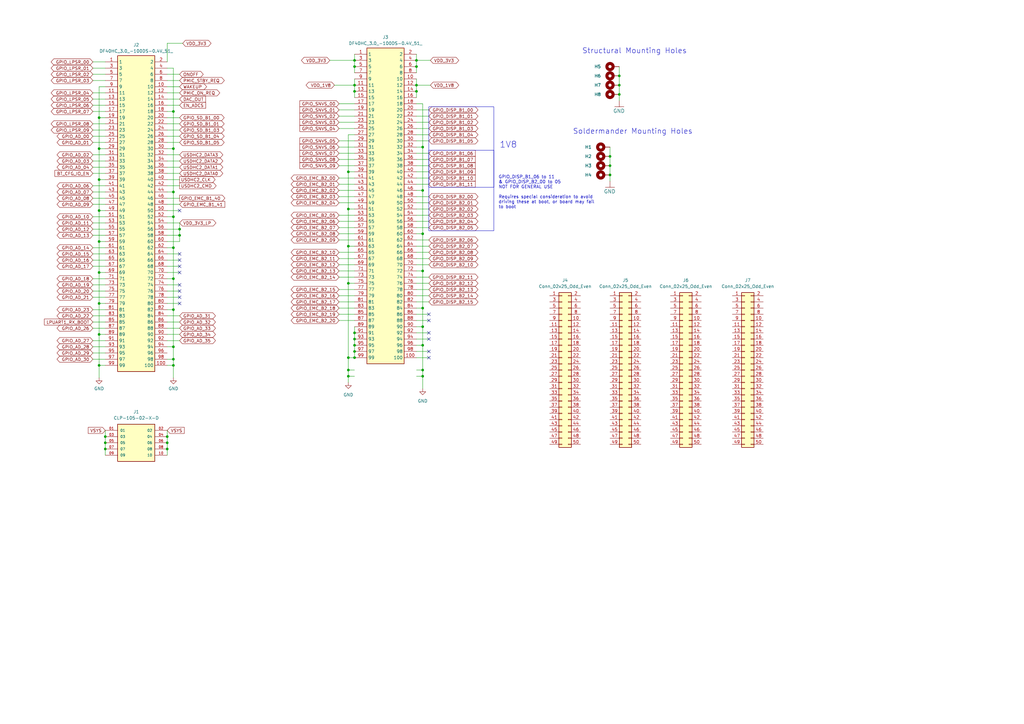
<source format=kicad_sch>
(kicad_sch (version 20230121) (generator eeschema)
  (paper "A3")
  (lib_symbols
    (symbol "Connector_Generic:Conn_02x25_Odd_Even" (pin_names (offset 1.016) hide)
      (property "Reference" "J" (at 1.27 33.02 0))
      (property "Value" "Conn_02x25_Odd_Even" (at 1.27 -33.02 0))
      (symbol "Conn_02x25_Odd_Even_1_1"
        (pin passive line (at -5.08 30.48 0) (length 3.81) (name "Pin_1") (number "1"))
        (pin passive line (at 7.62 20.32 180) (length 3.81) (name "Pin_10") (number "10"))
        (pin passive line (at -5.08 17.78 0) (length 3.81) (name "Pin_11") (number "11"))
        (pin passive line (at 7.62 17.78 180) (length 3.81) (name "Pin_12") (number "12"))
        (pin passive line (at -5.08 15.24 0) (length 3.81) (name "Pin_13") (number "13"))
        (pin passive line (at 7.62 15.24 180) (length 3.81) (name "Pin_14") (number "14"))
        (pin passive line (at -5.08 12.7 0) (length 3.81) (name "Pin_15") (number "15"))
        (pin passive line (at 7.62 12.7 180) (length 3.81) (name "Pin_16") (number "16"))
        (pin passive line (at -5.08 10.16 0) (length 3.81) (name "Pin_17") (number "17"))
        (pin passive line (at 7.62 10.16 180) (length 3.81) (name "Pin_18") (number "18"))
        (pin passive line (at -5.08 7.62 0) (length 3.81) (name "Pin_19") (number "19"))
        (pin passive line (at 7.62 30.48 180) (length 3.81) (name "Pin_2") (number "2"))
        (pin passive line (at 7.62 7.62 180) (length 3.81) (name "Pin_20") (number "20"))
        (pin passive line (at -5.08 5.08 0) (length 3.81) (name "Pin_21") (number "21"))
        (pin passive line (at 7.62 5.08 180) (length 3.81) (name "Pin_22") (number "22"))
        (pin passive line (at -5.08 2.54 0) (length 3.81) (name "Pin_23") (number "23"))
        (pin passive line (at 7.62 2.54 180) (length 3.81) (name "Pin_24") (number "24"))
        (pin passive line (at -5.08 0 0) (length 3.81) (name "Pin_25") (number "25"))
        (pin passive line (at 7.62 0 180) (length 3.81) (name "Pin_26") (number "26"))
        (pin passive line (at -5.08 -2.54 0) (length 3.81) (name "Pin_27") (number "27"))
        (pin passive line (at 7.62 -2.54 180) (length 3.81) (name "Pin_28") (number "28"))
        (pin passive line (at -5.08 -5.08 0) (length 3.81) (name "Pin_29") (number "29"))
        (pin passive line (at -5.08 27.94 0) (length 3.81) (name "Pin_3") (number "3"))
        (pin passive line (at 7.62 -5.08 180) (length 3.81) (name "Pin_30") (number "30"))
        (pin passive line (at -5.08 -7.62 0) (length 3.81) (name "Pin_31") (number "31"))
        (pin passive line (at 7.62 -7.62 180) (length 3.81) (name "Pin_32") (number "32"))
        (pin passive line (at -5.08 -10.16 0) (length 3.81) (name "Pin_33") (number "33"))
        (pin passive line (at 7.62 -10.16 180) (length 3.81) (name "Pin_34") (number "34"))
        (pin passive line (at -5.08 -12.7 0) (length 3.81) (name "Pin_35") (number "35"))
        (pin passive line (at 7.62 -12.7 180) (length 3.81) (name "Pin_36") (number "36"))
        (pin passive line (at -5.08 -15.24 0) (length 3.81) (name "Pin_37") (number "37"))
        (pin passive line (at 7.62 -15.24 180) (length 3.81) (name "Pin_38") (number "38"))
        (pin passive line (at -5.08 -17.78 0) (length 3.81) (name "Pin_39") (number "39"))
        (pin passive line (at 7.62 27.94 180) (length 3.81) (name "Pin_4") (number "4"))
        (pin passive line (at 7.62 -17.78 180) (length 3.81) (name "Pin_40") (number "40"))
        (pin passive line (at -5.08 -20.32 0) (length 3.81) (name "Pin_41") (number "41"))
        (pin passive line (at 7.62 -20.32 180) (length 3.81) (name "Pin_42") (number "42"))
        (pin passive line (at -5.08 -22.86 0) (length 3.81) (name "Pin_43") (number "43"))
        (pin passive line (at 7.62 -22.86 180) (length 3.81) (name "Pin_44") (number "44"))
        (pin passive line (at -5.08 -25.4 0) (length 3.81) (name "Pin_45") (number "45"))
        (pin passive line (at 7.62 -25.4 180) (length 3.81) (name "Pin_46") (number "46"))
        (pin passive line (at -5.08 -27.94 0) (length 3.81) (name "Pin_47") (number "47"))
        (pin passive line (at 7.62 -27.94 180) (length 3.81) (name "Pin_48") (number "48"))
        (pin passive line (at -5.08 -30.48 0) (length 3.81) (name "Pin_49") (number "49"))
        (pin passive line (at -5.08 25.4 0) (length 3.81) (name "Pin_5") (number "5"))
        (pin passive line (at 7.62 -30.48 180) (length 3.81) (name "Pin_50") (number "50"))
        (pin passive line (at 7.62 25.4 180) (length 3.81) (name "Pin_6") (number "6"))
        (pin passive line (at -5.08 22.86 0) (length 3.81) (name "Pin_7") (number "7"))
        (pin passive line (at 7.62 22.86 180) (length 3.81) (name "Pin_8") (number "8"))
        (pin passive line (at -5.08 20.32 0) (length 3.81) (name "Pin_9") (number "9"))
      )
    )
    (symbol "Mechanical:MountingHole_Pad" (pin_numbers hide) (pin_names (offset 1.016) hide)
      (property "Reference" "H" (at 0 6.35 0))
      (property "Value" "MountingHole_Pad" (at 0 4.445 0))
      (symbol "MountingHole_Pad_1_1"
        (pin input line (at 0 -2.54 90) (length 2.54) (name "1") (number "1"))
      )
    )
    (symbol "adcs:CLP-105-02-X-D" (pin_names (offset 1.016))
      (property "Reference" "J" (at -7.62 8.382 0))
      (property "Value" "CLP-105-02-X-D" (at -7.62 -10.16 0))
      (symbol "CLP-105-02-X-D_0_0"
        (pin passive line (at -12.7 5.08 0) (length 5.08) (name "01") (number "01"))
        (pin passive line (at 12.7 5.08 180) (length 5.08) (name "02") (number "02"))
        (pin passive line (at -12.7 2.54 0) (length 5.08) (name "03") (number "03"))
        (pin passive line (at 12.7 2.54 180) (length 5.08) (name "04") (number "04"))
        (pin passive line (at -12.7 0 0) (length 5.08) (name "05") (number "05"))
        (pin passive line (at 12.7 0 180) (length 5.08) (name "06") (number "06"))
        (pin passive line (at -12.7 -2.54 0) (length 5.08) (name "07") (number "07"))
        (pin passive line (at 12.7 -2.54 180) (length 5.08) (name "08") (number "08"))
        (pin passive line (at -12.7 -5.08 0) (length 5.08) (name "09") (number "09"))
        (pin passive line (at 12.7 -5.08 180) (length 5.08) (name "10") (number "10"))
      )
    )
    (symbol "adcs:DF40HC_3.0_-100DS-0.4V_51_"
      (property "Reference" "J" (at 21.59 7.62 0))
      (property "Value" "DF40HC_3.0_-100DS-0.4V_51_" (at 21.59 5.08 0))
      (symbol "DF40HC_3.0_-100DS-0.4V_51__1_1"
        (pin passive line (at 0 0 0) (length 5.08) (name "1") (number "1"))
        (pin passive line (at 25.4 -10.16 180) (length 5.08) (name "10") (number "10"))
        (pin passive line (at 25.4 -124.46 180) (length 5.08) (name "100") (number "100"))
        (pin passive line (at 0 -12.7 0) (length 5.08) (name "11") (number "11"))
        (pin passive line (at 25.4 -12.7 180) (length 5.08) (name "12") (number "12"))
        (pin passive line (at 0 -15.24 0) (length 5.08) (name "13") (number "13"))
        (pin passive line (at 25.4 -15.24 180) (length 5.08) (name "14") (number "14"))
        (pin passive line (at 0 -17.78 0) (length 5.08) (name "15") (number "15"))
        (pin passive line (at 25.4 -17.78 180) (length 5.08) (name "16") (number "16"))
        (pin passive line (at 0 -20.32 0) (length 5.08) (name "17") (number "17"))
        (pin passive line (at 25.4 -20.32 180) (length 5.08) (name "18") (number "18"))
        (pin passive line (at 0 -22.86 0) (length 5.08) (name "19") (number "19"))
        (pin passive line (at 25.4 0 180) (length 5.08) (name "2") (number "2"))
        (pin passive line (at 25.4 -22.86 180) (length 5.08) (name "20") (number "20"))
        (pin passive line (at 0 -25.4 0) (length 5.08) (name "21") (number "21"))
        (pin passive line (at 25.4 -25.4 180) (length 5.08) (name "22") (number "22"))
        (pin passive line (at 0 -27.94 0) (length 5.08) (name "23") (number "23"))
        (pin passive line (at 25.4 -27.94 180) (length 5.08) (name "24") (number "24"))
        (pin passive line (at 0 -30.48 0) (length 5.08) (name "25") (number "25"))
        (pin passive line (at 25.4 -30.48 180) (length 5.08) (name "26") (number "26"))
        (pin passive line (at 0 -33.02 0) (length 5.08) (name "27") (number "27"))
        (pin passive line (at 25.4 -33.02 180) (length 5.08) (name "28") (number "28"))
        (pin passive line (at 0 -35.56 0) (length 5.08) (name "29") (number "29"))
        (pin passive line (at 0 -2.54 0) (length 5.08) (name "3") (number "3"))
        (pin passive line (at 25.4 -35.56 180) (length 5.08) (name "30") (number "30"))
        (pin passive line (at 0 -38.1 0) (length 5.08) (name "31") (number "31"))
        (pin passive line (at 25.4 -38.1 180) (length 5.08) (name "32") (number "32"))
        (pin passive line (at 0 -40.64 0) (length 5.08) (name "33") (number "33"))
        (pin passive line (at 25.4 -40.64 180) (length 5.08) (name "34") (number "34"))
        (pin passive line (at 0 -43.18 0) (length 5.08) (name "35") (number "35"))
        (pin passive line (at 25.4 -43.18 180) (length 5.08) (name "36") (number "36"))
        (pin passive line (at 0 -45.72 0) (length 5.08) (name "37") (number "37"))
        (pin passive line (at 25.4 -45.72 180) (length 5.08) (name "38") (number "38"))
        (pin passive line (at 0 -48.26 0) (length 5.08) (name "39") (number "39"))
        (pin passive line (at 25.4 -2.54 180) (length 5.08) (name "4") (number "4"))
        (pin passive line (at 25.4 -48.26 180) (length 5.08) (name "40") (number "40"))
        (pin passive line (at 0 -50.8 0) (length 5.08) (name "41") (number "41"))
        (pin passive line (at 25.4 -50.8 180) (length 5.08) (name "42") (number "42"))
        (pin passive line (at 0 -53.34 0) (length 5.08) (name "43") (number "43"))
        (pin passive line (at 25.4 -53.34 180) (length 5.08) (name "44") (number "44"))
        (pin passive line (at 0 -55.88 0) (length 5.08) (name "45") (number "45"))
        (pin passive line (at 25.4 -55.88 180) (length 5.08) (name "46") (number "46"))
        (pin passive line (at 0 -58.42 0) (length 5.08) (name "47") (number "47"))
        (pin passive line (at 25.4 -58.42 180) (length 5.08) (name "48") (number "48"))
        (pin passive line (at 0 -60.96 0) (length 5.08) (name "49") (number "49"))
        (pin passive line (at 0 -5.08 0) (length 5.08) (name "5") (number "5"))
        (pin passive line (at 25.4 -60.96 180) (length 5.08) (name "50") (number "50"))
        (pin passive line (at 0 -63.5 0) (length 5.08) (name "51") (number "51"))
        (pin passive line (at 25.4 -63.5 180) (length 5.08) (name "52") (number "52"))
        (pin passive line (at 0 -66.04 0) (length 5.08) (name "53") (number "53"))
        (pin passive line (at 25.4 -66.04 180) (length 5.08) (name "54") (number "54"))
        (pin passive line (at 0 -68.58 0) (length 5.08) (name "55") (number "55"))
        (pin passive line (at 25.4 -68.58 180) (length 5.08) (name "56") (number "56"))
        (pin passive line (at 0 -71.12 0) (length 5.08) (name "57") (number "57"))
        (pin passive line (at 25.4 -71.12 180) (length 5.08) (name "58") (number "58"))
        (pin passive line (at 0 -73.66 0) (length 5.08) (name "59") (number "59"))
        (pin passive line (at 25.4 -5.08 180) (length 5.08) (name "6") (number "6"))
        (pin passive line (at 25.4 -73.66 180) (length 5.08) (name "60") (number "60"))
        (pin passive line (at 0 -76.2 0) (length 5.08) (name "61") (number "61"))
        (pin passive line (at 25.4 -76.2 180) (length 5.08) (name "62") (number "62"))
        (pin passive line (at 0 -78.74 0) (length 5.08) (name "63") (number "63"))
        (pin passive line (at 25.4 -78.74 180) (length 5.08) (name "64") (number "64"))
        (pin passive line (at 0 -81.28 0) (length 5.08) (name "65") (number "65"))
        (pin passive line (at 25.4 -81.28 180) (length 5.08) (name "66") (number "66"))
        (pin passive line (at 0 -83.82 0) (length 5.08) (name "67") (number "67"))
        (pin passive line (at 25.4 -83.82 180) (length 5.08) (name "68") (number "68"))
        (pin passive line (at 0 -86.36 0) (length 5.08) (name "69") (number "69"))
        (pin passive line (at 0 -7.62 0) (length 5.08) (name "7") (number "7"))
        (pin passive line (at 25.4 -86.36 180) (length 5.08) (name "70") (number "70"))
        (pin passive line (at 0 -88.9 0) (length 5.08) (name "71") (number "71"))
        (pin passive line (at 25.4 -88.9 180) (length 5.08) (name "72") (number "72"))
        (pin passive line (at 0 -91.44 0) (length 5.08) (name "73") (number "73"))
        (pin passive line (at 25.4 -91.44 180) (length 5.08) (name "74") (number "74"))
        (pin passive line (at 0 -93.98 0) (length 5.08) (name "75") (number "75"))
        (pin passive line (at 25.4 -93.98 180) (length 5.08) (name "76") (number "76"))
        (pin passive line (at 0 -96.52 0) (length 5.08) (name "77") (number "77"))
        (pin passive line (at 25.4 -96.52 180) (length 5.08) (name "78") (number "78"))
        (pin passive line (at 0 -99.06 0) (length 5.08) (name "79") (number "79"))
        (pin passive line (at 25.4 -7.62 180) (length 5.08) (name "8") (number "8"))
        (pin passive line (at 25.4 -99.06 180) (length 5.08) (name "80") (number "80"))
        (pin passive line (at 0 -101.6 0) (length 5.08) (name "81") (number "81"))
        (pin passive line (at 25.4 -101.6 180) (length 5.08) (name "82") (number "82"))
        (pin passive line (at 0 -104.14 0) (length 5.08) (name "83") (number "83"))
        (pin passive line (at 25.4 -104.14 180) (length 5.08) (name "84") (number "84"))
        (pin passive line (at 0 -106.68 0) (length 5.08) (name "85") (number "85"))
        (pin passive line (at 25.4 -106.68 180) (length 5.08) (name "86") (number "86"))
        (pin passive line (at 0 -109.22 0) (length 5.08) (name "87") (number "87"))
        (pin passive line (at 25.4 -109.22 180) (length 5.08) (name "88") (number "88"))
        (pin passive line (at 0 -111.76 0) (length 5.08) (name "89") (number "89"))
        (pin passive line (at 0 -10.16 0) (length 5.08) (name "9") (number "9"))
        (pin passive line (at 25.4 -111.76 180) (length 5.08) (name "90") (number "90"))
        (pin passive line (at 0 -114.3 0) (length 5.08) (name "91") (number "91"))
        (pin passive line (at 25.4 -114.3 180) (length 5.08) (name "92") (number "92"))
        (pin passive line (at 0 -116.84 0) (length 5.08) (name "93") (number "93"))
        (pin passive line (at 25.4 -116.84 180) (length 5.08) (name "94") (number "94"))
        (pin passive line (at 0 -119.38 0) (length 5.08) (name "95") (number "95"))
        (pin passive line (at 25.4 -119.38 180) (length 5.08) (name "96") (number "96"))
        (pin passive line (at 0 -121.92 0) (length 5.08) (name "97") (number "97"))
        (pin passive line (at 25.4 -121.92 180) (length 5.08) (name "98") (number "98"))
        (pin passive line (at 0 -124.46 0) (length 5.08) (name "99") (number "99"))
      )
    )
    (symbol "mainboard:GND" (power) (pin_names (offset 1.016))
      (property "Value" "GND" (at -2.54 -2.54 0))
      (symbol "GND_1_0"
        (pin power_in line (at 0 2.54 270) (length 2.54) (name "GND") (number "1"))
      )
    )
    (symbol "power:GND" (power) (pin_names (offset 0))
      (property "Value" "GND" (at 0 -3.81 0))
      (symbol "GND_1_1"
        (pin power_in line (at 0 0 270) (length 0) hide (name "GND") (number "1"))
      )
    )
  )
  (junction (at 73.66 96.52))
  (junction (at 145.415 139.065))
  (junction (at 145.415 146.685))
  (junction (at 71.12 147.32))
  (junction (at 170.815 24.765))
  (junction (at 40.64 99.06))
  (junction (at 71.12 45.72))
  (junction (at 142.875 85.725))
  (junction (at 145.415 144.145))
  (junction (at 250.19 67.945))
  (junction (at 254 31.115))
  (junction (at 71.12 142.24))
  (junction (at 173.355 60.325))
  (junction (at 40.64 73.66))
  (junction (at 170.815 27.305))
  (junction (at 145.415 34.925))
  (junction (at 142.875 70.485))
  (junction (at 71.12 88.9))
  (junction (at 71.12 78.74))
  (junction (at 142.875 116.205))
  (junction (at 68.58 179.07))
  (junction (at 43.18 179.07))
  (junction (at 142.875 154.305))
  (junction (at 170.815 37.465))
  (junction (at 40.64 48.26))
  (junction (at 71.12 127))
  (junction (at 40.64 60.96))
  (junction (at 43.18 181.61))
  (junction (at 68.58 184.15))
  (junction (at 40.64 111.76))
  (junction (at 71.12 101.6))
  (junction (at 145.415 24.765))
  (junction (at 254 34.925))
  (junction (at 250.19 71.755))
  (junction (at 170.815 34.925))
  (junction (at 142.875 151.765))
  (junction (at 173.355 78.105))
  (junction (at 71.12 149.86))
  (junction (at 250.19 64.135))
  (junction (at 40.64 124.46))
  (junction (at 173.355 141.605))
  (junction (at 173.355 133.985))
  (junction (at 254 38.735))
  (junction (at 71.12 114.3))
  (junction (at 68.58 181.61))
  (junction (at 173.355 111.125))
  (junction (at 40.64 149.86))
  (junction (at 71.12 60.96))
  (junction (at 145.415 136.525))
  (junction (at 43.18 184.15))
  (junction (at 173.355 126.365))
  (junction (at 145.415 37.465))
  (junction (at 145.415 27.305))
  (junction (at 173.355 151.765))
  (junction (at 142.875 146.685))
  (junction (at 173.355 95.885))
  (junction (at 173.355 154.305))
  (junction (at 142.875 100.965))
  (junction (at 40.64 137.16))
  (junction (at 40.64 86.36))
  (junction (at 145.415 141.605))
  (junction (at 73.66 93.98))
  (no_connect (at 175.895 146.685))
  (no_connect (at 73.66 106.68))
  (no_connect (at 73.66 124.46))
  (no_connect (at 73.66 121.92))
  (no_connect (at 175.895 128.905))
  (no_connect (at 175.895 131.445))
  (no_connect (at 175.895 144.145))
  (no_connect (at 73.66 109.22))
  (no_connect (at 73.66 111.76))
  (no_connect (at 175.895 139.065))
  (no_connect (at 73.66 104.14))
  (no_connect (at 73.66 119.38))
  (no_connect (at 73.66 86.36))
  (no_connect (at 73.66 116.84))
  (no_connect (at 175.895 136.525))
  (wire (pts (xy 142.875 116.205) (xy 142.875 146.685)))
  (wire (pts (xy 170.815 22.225) (xy 170.815 24.765)))
  (wire (pts (xy 38.1 104.14) (xy 43.18 104.14)))
  (wire (pts (xy 145.415 136.525) (xy 145.415 139.065)))
  (wire (pts (xy 73.66 66.04) (xy 68.58 66.04)))
  (wire (pts (xy 43.18 35.56) (xy 40.64 35.56)))
  (wire (pts (xy 173.355 141.605) (xy 173.355 151.765)))
  (wire (pts (xy 71.12 127) (xy 71.12 142.24)))
  (wire (pts (xy 145.415 154.305) (xy 142.875 154.305)))
  (wire (pts (xy 40.64 99.06) (xy 43.18 99.06)))
  (wire (pts (xy 142.875 146.685) (xy 142.875 151.765)))
  (wire (pts (xy 40.64 137.16) (xy 40.64 149.86)))
  (wire (pts (xy 173.355 60.325) (xy 173.355 78.105)))
  (wire (pts (xy 254 27.305) (xy 254 31.115)))
  (wire (pts (xy 173.355 126.365) (xy 173.355 133.985)))
  (wire (pts (xy 73.66 96.52) (xy 68.58 96.52)))
  (wire (pts (xy 38.1 139.7) (xy 43.18 139.7)))
  (wire (pts (xy 38.1 27.94) (xy 43.18 27.94)))
  (wire (pts (xy 71.12 149.86) (xy 68.58 149.86)))
  (wire (pts (xy 139.065 60.325) (xy 145.415 60.325)))
  (wire (pts (xy 73.66 109.22) (xy 68.58 109.22)))
  (wire (pts (xy 254 34.925) (xy 254 38.735)))
  (wire (pts (xy 38.1 53.34) (xy 43.18 53.34)))
  (wire (pts (xy 71.12 101.6) (xy 71.12 114.3)))
  (wire (pts (xy 73.66 91.44) (xy 68.58 91.44)))
  (wire (pts (xy 175.895 106.045) (xy 170.815 106.045)))
  (wire (pts (xy 170.815 24.765) (xy 170.815 27.305)))
  (wire (pts (xy 139.065 90.805) (xy 145.415 90.805)))
  (wire (pts (xy 73.66 99.06) (xy 68.58 99.06)))
  (wire (pts (xy 38.1 91.44) (xy 43.18 91.44)))
  (wire (pts (xy 175.895 108.585) (xy 170.815 108.585)))
  (wire (pts (xy 139.065 80.645) (xy 145.415 80.645)))
  (wire (pts (xy 43.18 181.61) (xy 43.18 184.15)))
  (wire (pts (xy 175.895 113.665) (xy 170.815 113.665)))
  (wire (pts (xy 73.66 33.02) (xy 68.58 33.02)))
  (wire (pts (xy 175.895 57.785) (xy 170.815 57.785)))
  (wire (pts (xy 38.1 93.98) (xy 43.18 93.98)))
  (wire (pts (xy 40.64 149.86) (xy 43.18 149.86)))
  (wire (pts (xy 38.1 116.84) (xy 43.18 116.84)))
  (wire (pts (xy 38.1 121.92) (xy 43.18 121.92)))
  (wire (pts (xy 145.415 133.985) (xy 145.415 136.525)))
  (wire (pts (xy 73.66 30.48) (xy 68.58 30.48)))
  (wire (pts (xy 170.815 95.885) (xy 173.355 95.885)))
  (wire (pts (xy 173.355 78.105) (xy 173.355 95.885)))
  (wire (pts (xy 38.1 55.88) (xy 43.18 55.88)))
  (wire (pts (xy 145.415 144.145) (xy 145.415 146.685)))
  (wire (pts (xy 170.815 141.605) (xy 173.355 141.605)))
  (wire (pts (xy 175.895 73.025) (xy 170.815 73.025)))
  (wire (pts (xy 68.58 101.6) (xy 71.12 101.6)))
  (wire (pts (xy 73.66 96.52) (xy 73.66 99.06)))
  (wire (pts (xy 71.12 147.32) (xy 71.12 149.86)))
  (wire (pts (xy 142.875 116.205) (xy 145.415 116.205)))
  (wire (pts (xy 38.1 30.48) (xy 43.18 30.48)))
  (wire (pts (xy 175.895 52.705) (xy 170.815 52.705)))
  (wire (pts (xy 170.815 111.125) (xy 173.355 111.125)))
  (wire (pts (xy 170.815 34.925) (xy 176.53 34.925)))
  (wire (pts (xy 40.64 137.16) (xy 43.18 137.16)))
  (wire (pts (xy 68.58 45.72) (xy 71.12 45.72)))
  (wire (pts (xy 68.58 88.9) (xy 71.12 88.9)))
  (wire (pts (xy 142.875 151.765) (xy 145.415 151.765)))
  (wire (pts (xy 38.1 127) (xy 43.18 127)))
  (wire (pts (xy 73.66 137.16) (xy 68.58 137.16)))
  (wire (pts (xy 139.065 128.905) (xy 145.415 128.905)))
  (wire (pts (xy 170.815 139.065) (xy 175.895 139.065)))
  (wire (pts (xy 38.1 50.8) (xy 43.18 50.8)))
  (wire (pts (xy 38.1 83.82) (xy 43.18 83.82)))
  (wire (pts (xy 68.58 181.61) (xy 68.58 184.15)))
  (wire (pts (xy 139.065 118.745) (xy 145.415 118.745)))
  (wire (pts (xy 43.18 60.96) (xy 40.64 60.96)))
  (wire (pts (xy 175.895 70.485) (xy 170.815 70.485)))
  (wire (pts (xy 38.1 25.4) (xy 43.18 25.4)))
  (wire (pts (xy 254 38.735) (xy 254 41.275)))
  (wire (pts (xy 38.1 78.74) (xy 43.18 78.74)))
  (wire (pts (xy 73.66 93.98) (xy 73.66 96.52)))
  (wire (pts (xy 73.66 106.68) (xy 68.58 106.68)))
  (wire (pts (xy 175.895 45.085) (xy 170.815 45.085)))
  (wire (pts (xy 71.12 78.74) (xy 71.12 88.9)))
  (wire (pts (xy 38.1 106.68) (xy 43.18 106.68)))
  (wire (pts (xy 40.64 73.66) (xy 43.18 73.66)))
  (wire (pts (xy 68.58 60.96) (xy 71.12 60.96)))
  (wire (pts (xy 38.1 88.9) (xy 43.18 88.9)))
  (wire (pts (xy 40.64 111.76) (xy 43.18 111.76)))
  (wire (pts (xy 170.815 136.525) (xy 175.895 136.525)))
  (wire (pts (xy 73.66 121.92) (xy 68.58 121.92)))
  (wire (pts (xy 73.66 48.26) (xy 68.58 48.26)))
  (wire (pts (xy 139.065 52.705) (xy 145.415 52.705)))
  (wire (pts (xy 68.58 184.15) (xy 68.58 186.69)))
  (wire (pts (xy 40.64 111.76) (xy 40.64 124.46)))
  (wire (pts (xy 139.065 83.185) (xy 145.415 83.185)))
  (wire (pts (xy 139.065 73.025) (xy 145.415 73.025)))
  (wire (pts (xy 139.065 108.585) (xy 145.415 108.585)))
  (wire (pts (xy 139.065 50.165) (xy 145.415 50.165)))
  (wire (pts (xy 170.815 42.545) (xy 173.355 42.545)))
  (wire (pts (xy 170.815 144.145) (xy 175.895 144.145)))
  (wire (pts (xy 142.875 151.765) (xy 142.875 154.305)))
  (wire (pts (xy 254 31.115) (xy 254 34.925)))
  (wire (pts (xy 40.64 73.66) (xy 40.64 86.36)))
  (wire (pts (xy 73.66 71.12) (xy 68.58 71.12)))
  (wire (pts (xy 73.66 83.82) (xy 68.58 83.82)))
  (wire (pts (xy 40.64 124.46) (xy 40.64 137.16)))
  (wire (pts (xy 38.1 66.04) (xy 43.18 66.04)))
  (wire (pts (xy 175.895 62.865) (xy 170.815 62.865)))
  (wire (pts (xy 71.12 142.24) (xy 71.12 147.32)))
  (wire (pts (xy 176.53 24.765) (xy 170.815 24.765)))
  (wire (pts (xy 250.19 71.755) (xy 250.19 74.295)))
  (wire (pts (xy 139.065 88.265) (xy 145.415 88.265)))
  (wire (pts (xy 145.415 24.765) (xy 145.415 27.305)))
  (wire (pts (xy 139.065 103.505) (xy 145.415 103.505)))
  (wire (pts (xy 175.895 93.345) (xy 170.815 93.345)))
  (wire (pts (xy 139.065 106.045) (xy 145.415 106.045)))
  (wire (pts (xy 173.355 111.125) (xy 173.355 126.365)))
  (wire (pts (xy 175.895 88.265) (xy 170.815 88.265)))
  (wire (pts (xy 175.895 47.625) (xy 170.815 47.625)))
  (wire (pts (xy 68.58 179.07) (xy 68.58 181.61)))
  (wire (pts (xy 142.875 146.685) (xy 145.415 146.685)))
  (wire (pts (xy 173.355 154.305) (xy 173.355 159.385)))
  (wire (pts (xy 73.66 116.84) (xy 68.58 116.84)))
  (wire (pts (xy 38.1 40.64) (xy 43.18 40.64)))
  (wire (pts (xy 139.065 42.545) (xy 145.415 42.545)))
  (wire (pts (xy 38.1 81.28) (xy 43.18 81.28)))
  (wire (pts (xy 68.58 142.24) (xy 71.12 142.24)))
  (wire (pts (xy 73.66 73.66) (xy 68.58 73.66)))
  (wire (pts (xy 43.18 48.26) (xy 40.64 48.26)))
  (wire (pts (xy 38.1 43.18) (xy 43.18 43.18)))
  (wire (pts (xy 68.58 17.78) (xy 68.58 25.4)))
  (wire (pts (xy 73.66 93.98) (xy 68.58 93.98)))
  (wire (pts (xy 71.12 27.94) (xy 71.12 45.72)))
  (wire (pts (xy 68.58 43.18) (xy 73.66 43.18)))
  (wire (pts (xy 40.64 99.06) (xy 40.64 111.76)))
  (wire (pts (xy 145.415 55.245) (xy 142.875 55.245)))
  (wire (pts (xy 175.895 90.805) (xy 170.815 90.805)))
  (wire (pts (xy 71.12 60.96) (xy 71.12 78.74)))
  (wire (pts (xy 71.12 45.72) (xy 71.12 60.96)))
  (wire (pts (xy 139.065 45.085) (xy 145.415 45.085)))
  (wire (pts (xy 170.815 34.925) (xy 170.815 37.465)))
  (wire (pts (xy 170.815 146.685) (xy 175.895 146.685)))
  (wire (pts (xy 139.065 113.665) (xy 145.415 113.665)))
  (wire (pts (xy 145.415 141.605) (xy 145.415 144.145)))
  (wire (pts (xy 139.065 75.565) (xy 145.415 75.565)))
  (wire (pts (xy 73.66 119.38) (xy 68.58 119.38)))
  (wire (pts (xy 170.815 126.365) (xy 173.355 126.365)))
  (wire (pts (xy 40.64 35.56) (xy 40.64 48.26)))
  (wire (pts (xy 139.065 123.825) (xy 145.415 123.825)))
  (wire (pts (xy 139.065 93.345) (xy 145.415 93.345)))
  (wire (pts (xy 43.18 179.07) (xy 43.18 181.61)))
  (wire (pts (xy 73.66 68.58) (xy 68.58 68.58)))
  (wire (pts (xy 250.19 67.945) (xy 250.19 71.755)))
  (wire (pts (xy 170.815 78.105) (xy 173.355 78.105)))
  (wire (pts (xy 170.815 60.325) (xy 173.355 60.325)))
  (wire (pts (xy 38.1 71.12) (xy 43.18 71.12)))
  (wire (pts (xy 145.415 32.385) (xy 145.415 34.925)))
  (wire (pts (xy 40.64 48.26) (xy 40.64 60.96)))
  (wire (pts (xy 68.58 78.74) (xy 71.12 78.74)))
  (wire (pts (xy 175.895 50.165) (xy 170.815 50.165)))
  (wire (pts (xy 73.66 81.28) (xy 68.58 81.28)))
  (wire (pts (xy 40.64 60.96) (xy 40.64 73.66)))
  (wire (pts (xy 73.66 104.14) (xy 68.58 104.14)))
  (wire (pts (xy 68.58 114.3) (xy 71.12 114.3)))
  (wire (pts (xy 38.1 101.6) (xy 43.18 101.6)))
  (wire (pts (xy 173.355 42.545) (xy 173.355 60.325)))
  (wire (pts (xy 145.415 27.305) (xy 145.415 29.845)))
  (wire (pts (xy 139.065 98.425) (xy 145.415 98.425)))
  (wire (pts (xy 73.66 134.62) (xy 68.58 134.62)))
  (wire (pts (xy 145.415 100.965) (xy 142.875 100.965)))
  (wire (pts (xy 68.58 27.94) (xy 71.12 27.94)))
  (wire (pts (xy 73.66 111.76) (xy 68.58 111.76)))
  (wire (pts (xy 137.16 34.925) (xy 145.415 34.925)))
  (wire (pts (xy 38.1 68.58) (xy 43.18 68.58)))
  (wire (pts (xy 142.875 100.965) (xy 142.875 116.205)))
  (wire (pts (xy 175.895 67.945) (xy 170.815 67.945)))
  (wire (pts (xy 139.065 131.445) (xy 145.415 131.445)))
  (wire (pts (xy 145.415 139.065) (xy 145.415 141.605)))
  (wire (pts (xy 40.64 86.36) (xy 43.18 86.36)))
  (wire (pts (xy 139.065 57.785) (xy 145.415 57.785)))
  (wire (pts (xy 170.815 27.305) (xy 170.815 29.845)))
  (wire (pts (xy 38.1 96.52) (xy 43.18 96.52)))
  (wire (pts (xy 139.065 95.885) (xy 145.415 95.885)))
  (wire (pts (xy 139.065 67.945) (xy 145.415 67.945)))
  (wire (pts (xy 139.065 62.865) (xy 145.415 62.865)))
  (wire (pts (xy 175.895 98.425) (xy 170.815 98.425)))
  (wire (pts (xy 139.065 126.365) (xy 145.415 126.365)))
  (wire (pts (xy 73.66 55.88) (xy 68.58 55.88)))
  (wire (pts (xy 68.58 76.2) (xy 73.66 76.2)))
  (wire (pts (xy 175.895 100.965) (xy 170.815 100.965)))
  (wire (pts (xy 250.19 64.135) (xy 250.19 67.945)))
  (wire (pts (xy 175.895 103.505) (xy 170.815 103.505)))
  (wire (pts (xy 71.12 147.32) (xy 68.58 147.32)))
  (wire (pts (xy 38.1 58.42) (xy 43.18 58.42)))
  (wire (pts (xy 73.66 124.46) (xy 68.58 124.46)))
  (wire (pts (xy 73.66 129.54) (xy 68.58 129.54)))
  (wire (pts (xy 73.66 132.08) (xy 68.58 132.08)))
  (wire (pts (xy 73.66 53.34) (xy 68.58 53.34)))
  (wire (pts (xy 68.58 17.78) (xy 74.93 17.78)))
  (wire (pts (xy 175.895 80.645) (xy 170.815 80.645)))
  (wire (pts (xy 73.66 63.5) (xy 68.58 63.5)))
  (wire (pts (xy 38.1 132.08) (xy 43.18 132.08)))
  (wire (pts (xy 139.065 47.625) (xy 145.415 47.625)))
  (wire (pts (xy 142.875 70.485) (xy 142.875 85.725)))
  (wire (pts (xy 139.065 65.405) (xy 145.415 65.405)))
  (wire (pts (xy 43.18 176.53) (xy 43.18 179.07)))
  (wire (pts (xy 40.64 149.86) (xy 40.64 154.94)))
  (wire (pts (xy 38.1 33.02) (xy 43.18 33.02)))
  (wire (pts (xy 142.875 154.305) (xy 142.875 156.845)))
  (wire (pts (xy 170.815 131.445) (xy 175.895 131.445)))
  (wire (pts (xy 38.1 129.54) (xy 43.18 129.54)))
  (wire (pts (xy 142.875 85.725) (xy 145.415 85.725)))
  (wire (pts (xy 173.355 151.765) (xy 173.355 154.305)))
  (wire (pts (xy 139.065 111.125) (xy 145.415 111.125)))
  (wire (pts (xy 250.19 60.325) (xy 250.19 64.135)))
  (wire (pts (xy 43.18 184.15) (xy 43.18 186.69)))
  (wire (pts (xy 38.1 147.32) (xy 43.18 147.32)))
  (wire (pts (xy 175.895 65.405) (xy 170.815 65.405)))
  (wire (pts (xy 73.66 91.44) (xy 73.66 93.98)))
  (wire (pts (xy 145.415 37.465) (xy 145.415 40.005)))
  (wire (pts (xy 73.66 40.64) (xy 68.58 40.64)))
  (wire (pts (xy 38.1 134.62) (xy 43.18 134.62)))
  (wire (pts (xy 38.1 76.2) (xy 43.18 76.2)))
  (wire (pts (xy 73.66 139.7) (xy 68.58 139.7)))
  (wire (pts (xy 175.895 75.565) (xy 170.815 75.565)))
  (wire (pts (xy 145.415 22.225) (xy 145.415 24.765)))
  (wire (pts (xy 170.815 37.465) (xy 170.815 40.005)))
  (wire (pts (xy 173.355 95.885) (xy 173.355 111.125)))
  (wire (pts (xy 170.815 133.985) (xy 173.355 133.985)))
  (wire (pts (xy 38.1 109.22) (xy 43.18 109.22)))
  (wire (pts (xy 38.1 63.5) (xy 43.18 63.5)))
  (wire (pts (xy 170.815 32.385) (xy 170.815 34.925)))
  (wire (pts (xy 173.355 133.985) (xy 173.355 141.605)))
  (wire (pts (xy 73.66 38.1) (xy 68.58 38.1)))
  (wire (pts (xy 139.065 78.105) (xy 145.415 78.105)))
  (wire (pts (xy 175.895 118.745) (xy 170.815 118.745)))
  (wire (pts (xy 68.58 58.42) (xy 73.66 58.42)))
  (wire (pts (xy 142.875 70.485) (xy 145.415 70.485)))
  (wire (pts (xy 38.1 142.24) (xy 43.18 142.24)))
  (wire (pts (xy 71.12 88.9) (xy 71.12 101.6)))
  (wire (pts (xy 142.875 85.725) (xy 142.875 100.965)))
  (wire (pts (xy 73.66 86.36) (xy 68.58 86.36)))
  (wire (pts (xy 173.355 154.305) (xy 170.815 154.305)))
  (wire (pts (xy 73.66 50.8) (xy 68.58 50.8)))
  (wire (pts (xy 170.815 128.905) (xy 175.895 128.905)))
  (wire (pts (xy 175.895 55.245) (xy 170.815 55.245)))
  (wire (pts (xy 173.355 151.765) (xy 170.815 151.765)))
  (wire (pts (xy 38.1 119.38) (xy 43.18 119.38)))
  (wire (pts (xy 68.58 176.53) (xy 68.58 179.07)))
  (wire (pts (xy 145.415 34.925) (xy 145.415 37.465)))
  (wire (pts (xy 142.875 55.245) (xy 142.875 70.485)))
  (wire (pts (xy 38.1 45.72) (xy 43.18 45.72)))
  (wire (pts (xy 38.1 144.78) (xy 43.18 144.78)))
  (wire (pts (xy 73.66 35.56) (xy 68.58 35.56)))
  (wire (pts (xy 135.255 24.765) (xy 145.415 24.765)))
  (wire (pts (xy 38.1 38.1) (xy 43.18 38.1)))
  (wire (pts (xy 71.12 114.3) (xy 71.12 127)))
  (wire (pts (xy 68.58 127) (xy 71.12 127)))
  (wire (pts (xy 139.065 121.285) (xy 145.415 121.285)))
  (wire (pts (xy 175.895 123.825) (xy 170.815 123.825)))
  (wire (pts (xy 38.1 114.3) (xy 43.18 114.3)))
  (wire (pts (xy 71.12 154.94) (xy 71.12 149.86)))
  (wire (pts (xy 175.895 83.185) (xy 170.815 83.185)))
  (wire (pts (xy 40.64 124.46) (xy 43.18 124.46)))
  (wire (pts (xy 175.895 121.285) (xy 170.815 121.285)))
  (wire (pts (xy 40.64 86.36) (xy 40.64 99.06)))
  (wire (pts (xy 175.895 85.725) (xy 170.815 85.725)))
  (wire (pts (xy 175.895 116.205) (xy 170.815 116.205)))
  (rectangle (start 175.895 43.815) (end 202.565 76.835))
  (rectangle (start 175.895 61.595) (end 202.565 94.615))
  (text "1V8" (at 212.09 60.96 0) (effects (font (size 2.54 2.54)) (justify right bottom)))
  (text "Soldermander Mounting Holes" (at 234.95 55.245 0) (effects (font (size 2.159 2.159)) (justify left bottom)))
  (text "Structural Mounting Holes" (at 238.76 22.225 0) (effects (font (size 2.159 2.159)) (justify left bottom)))
  (text "GPIO_DISP_B1_06 to 11 \n& GPIO_DISP_B2_00 to 05\nNOT FOR GENERAL USE\n\nRequires special consideration to avoid \ndriving these at boot, or board may fail \nto boot" (at 204.47 85.725 0) (effects (font (size 1.27 1.27)) (justify left bottom)))
  (global_label "GPIO_AD_33" (shape bidirectional) (at 73.66 134.62 0) (property "Intersheetrefs" "${INTERSHEET_REFS}" (effects hide)))
  (global_label "GPIO_EMC_B2_19" (shape bidirectional) (at 139.065 128.905 180) (property "Intersheetrefs" "${INTERSHEET_REFS}" (effects hide)))
  (global_label "GPIO_AD_15" (shape bidirectional) (at 38.1 104.14 180) (property "Intersheetrefs" "${INTERSHEET_REFS}" (effects hide)))
  (global_label "GPIO_DISP_B1_11" (shape input) (at 175.895 75.565 0) (property "Intersheetrefs" "${INTERSHEET_REFS}" (effects hide)))
  (global_label "GPIO_SNVS_00" (shape input) (at 139.065 42.545 180) (property "Intersheetrefs" "${INTERSHEET_REFS}" (effects hide)))
  (global_label "GPIO_AD_31" (shape bidirectional) (at 73.66 129.54 0) (property "Intersheetrefs" "${INTERSHEET_REFS}" (effects hide)))
  (global_label "GPIO_DISP_B2_01" (shape bidirectional) (at 175.895 83.185 0) (property "Intersheetrefs" "${INTERSHEET_REFS}" (effects hide)))
  (global_label "GPIO_AD_28" (shape bidirectional) (at 38.1 142.24 180) (property "Intersheetrefs" "${INTERSHEET_REFS}" (effects hide)))
  (global_label "GPIO_LPSR_05" (shape bidirectional) (at 38.1 40.64 180) (property "Intersheetrefs" "${INTERSHEET_REFS}" (effects hide)))
  (global_label "GPIO_SNVS_08" (shape input) (at 139.065 65.405 180) (property "Intersheetrefs" "${INTERSHEET_REFS}" (effects hide)))
  (global_label "GPIO_EMC_B2_18" (shape bidirectional) (at 139.065 126.365 180) (property "Intersheetrefs" "${INTERSHEET_REFS}" (effects hide)))
  (global_label "VDD_3V3" (shape bidirectional) (at 74.93 17.78 0) (property "Intersheetrefs" "${INTERSHEET_REFS}" (effects hide)))
  (global_label "GPIO_LPSR_09" (shape bidirectional) (at 38.1 53.34 180) (property "Intersheetrefs" "${INTERSHEET_REFS}" (effects hide)))
  (global_label "GPIO_SNVS_01" (shape input) (at 139.065 45.085 180) (property "Intersheetrefs" "${INTERSHEET_REFS}" (effects hide)))
  (global_label "GPIO_AD_03" (shape bidirectional) (at 38.1 66.04 180) (property "Intersheetrefs" "${INTERSHEET_REFS}" (effects hide)))
  (global_label "USDHC2_CMD" (shape output) (at 73.66 76.2 0) (property "Intersheetrefs" "${INTERSHEET_REFS}" (effects hide)))
  (global_label "GPIO_EMC_B2_07" (shape bidirectional) (at 139.065 93.345 180) (property "Intersheetrefs" "${INTERSHEET_REFS}" (effects hide)))
  (global_label "GPIO_SD_B1_03" (shape bidirectional) (at 73.66 53.34 0) (property "Intersheetrefs" "${INTERSHEET_REFS}" (effects hide)))
  (global_label "GPIO_DISP_B2_09" (shape bidirectional) (at 175.895 106.045 0) (property "Intersheetrefs" "${INTERSHEET_REFS}" (effects hide)))
  (global_label "GPIO_LPSR_08" (shape bidirectional) (at 38.1 50.8 180) (property "Intersheetrefs" "${INTERSHEET_REFS}" (effects hide)))
  (global_label "GPIO_EMC_B2_15" (shape bidirectional) (at 139.065 118.745 180) (property "Intersheetrefs" "${INTERSHEET_REFS}" (effects hide)))
  (global_label "GPIO_AD_04" (shape bidirectional) (at 38.1 68.58 180) (property "Intersheetrefs" "${INTERSHEET_REFS}" (effects hide)))
  (global_label "GPIO_AD_27" (shape bidirectional) (at 38.1 139.7 180) (property "Intersheetrefs" "${INTERSHEET_REFS}" (effects hide)))
  (global_label "GPIO_DISP_B1_09" (shape input) (at 175.895 70.485 0) (property "Intersheetrefs" "${INTERSHEET_REFS}" (effects hide)))
  (global_label "GPIO_LPSR_06" (shape bidirectional) (at 38.1 43.18 180) (property "Intersheetrefs" "${INTERSHEET_REFS}" (effects hide)))
  (global_label "GPIO_EMC_B2_02" (shape bidirectional) (at 139.065 78.105 180) (property "Intersheetrefs" "${INTERSHEET_REFS}" (effects hide)))
  (global_label "USDHC2_DATA1" (shape bidirectional) (at 73.66 68.58 0) (property "Intersheetrefs" "${INTERSHEET_REFS}" (effects hide)))
  (global_label "GPIO_DISP_B1_07" (shape input) (at 175.895 65.405 0) (property "Intersheetrefs" "${INTERSHEET_REFS}" (effects hide)))
  (global_label "BT_CFG_IO_EN" (shape input) (at 38.1 71.12 180) (property "Intersheetrefs" "${INTERSHEET_REFS}" (effects hide)))
  (global_label "GPIO_EMC_B2_06" (shape bidirectional) (at 139.065 90.805 180) (property "Intersheetrefs" "${INTERSHEET_REFS}" (effects hide)))
  (global_label "GPIO_DISP_B2_06" (shape bidirectional) (at 175.895 98.425 0) (property "Intersheetrefs" "${INTERSHEET_REFS}" (effects hide)))
  (global_label "GPIO_SNVS_04" (shape input) (at 139.065 52.705 180) (property "Intersheetrefs" "${INTERSHEET_REFS}" (effects hide)))
  (global_label "GPIO_SNVS_05" (shape input) (at 139.065 57.785 180) (property "Intersheetrefs" "${INTERSHEET_REFS}" (effects hide)))
  (global_label "GPIO_DISP_B1_01" (shape bidirectional) (at 175.895 47.625 0) (property "Intersheetrefs" "${INTERSHEET_REFS}" (effects hide)))
  (global_label "GPIO_SNVS_09" (shape input) (at 139.065 67.945 180) (property "Intersheetrefs" "${INTERSHEET_REFS}" (effects hide)))
  (global_label "GPIO_AD_34" (shape bidirectional) (at 73.66 137.16 0) (property "Intersheetrefs" "${INTERSHEET_REFS}" (effects hide)))
  (global_label "VDD_1V8" (shape bidirectional) (at 137.16 34.925 180) (property "Intersheetrefs" "${INTERSHEET_REFS}" (effects hide)))
  (global_label "GPIO_DISP_B2_08" (shape bidirectional) (at 175.895 103.505 0) (property "Intersheetrefs" "${INTERSHEET_REFS}" (effects hide)))
  (global_label "GPIO_DISP_B2_03" (shape bidirectional) (at 175.895 88.265 0) (property "Intersheetrefs" "${INTERSHEET_REFS}" (effects hide)))
  (global_label "GPIO_AD_32" (shape bidirectional) (at 73.66 132.08 0) (property "Intersheetrefs" "${INTERSHEET_REFS}" (effects hide)))
  (global_label "GPIO_EMC_B2_04" (shape bidirectional) (at 139.065 83.185 180) (property "Intersheetrefs" "${INTERSHEET_REFS}" (effects hide)))
  (global_label "EN_ADCS" (shape input) (at 73.66 43.18 0) (property "Intersheetrefs" "${INTERSHEET_REFS}" (effects hide)))
  (global_label "GPIO_EMC_B2_10" (shape bidirectional) (at 139.065 103.505 180) (property "Intersheetrefs" "${INTERSHEET_REFS}" (effects hide)))
  (global_label "PMIC_ON_REQ" (shape bidirectional) (at 73.66 38.1 0) (property "Intersheetrefs" "${INTERSHEET_REFS}" (effects hide)))
  (global_label "GPIO_AD_10" (shape bidirectional) (at 38.1 88.9 180) (property "Intersheetrefs" "${INTERSHEET_REFS}" (effects hide)))
  (global_label "GPIO_AD_16" (shape bidirectional) (at 38.1 106.68 180) (property "Intersheetrefs" "${INTERSHEET_REFS}" (effects hide)))
  (global_label "PMIC_STBY_REQ" (shape bidirectional) (at 73.66 33.02 0) (property "Intersheetrefs" "${INTERSHEET_REFS}" (effects hide)))
  (global_label "GPIO_AD_13" (shape bidirectional) (at 38.1 96.52 180) (property "Intersheetrefs" "${INTERSHEET_REFS}" (effects hide)))
  (global_label "GPIO_EMC_B2_00" (shape bidirectional) (at 139.065 73.025 180) (property "Intersheetrefs" "${INTERSHEET_REFS}" (effects hide)))
  (global_label "GPIO_AD_07" (shape bidirectional) (at 38.1 78.74 180) (property "Intersheetrefs" "${INTERSHEET_REFS}" (effects hide)))
  (global_label "GPIO_AD_17" (shape bidirectional) (at 38.1 109.22 180) (property "Intersheetrefs" "${INTERSHEET_REFS}" (effects hide)))
  (global_label "GPIO_DISP_B1_04" (shape bidirectional) (at 175.895 55.245 0) (property "Intersheetrefs" "${INTERSHEET_REFS}" (effects hide)))
  (global_label "GPIO_SD_B1_00" (shape bidirectional) (at 73.66 48.26 0) (property "Intersheetrefs" "${INTERSHEET_REFS}" (effects hide)))
  (global_label "GPIO_EMC_B2_05" (shape bidirectional) (at 139.065 88.265 180) (property "Intersheetrefs" "${INTERSHEET_REFS}" (effects hide)))
  (global_label "GPIO_LPSR_03" (shape bidirectional) (at 38.1 33.02 180) (property "Intersheetrefs" "${INTERSHEET_REFS}" (effects hide)))
  (global_label "GPIO_SD_B1_04" (shape bidirectional) (at 73.66 55.88 0) (property "Intersheetrefs" "${INTERSHEET_REFS}" (effects hide)))
  (global_label "USDHC2_DATA2" (shape bidirectional) (at 73.66 66.04 0) (property "Intersheetrefs" "${INTERSHEET_REFS}" (effects hide)))
  (global_label "GPIO_EMC_B2_20" (shape bidirectional) (at 139.065 131.445 180) (property "Intersheetrefs" "${INTERSHEET_REFS}" (effects hide)))
  (global_label "GPIO_LPSR_01" (shape bidirectional) (at 38.1 27.94 180) (property "Intersheetrefs" "${INTERSHEET_REFS}" (effects hide)))
  (global_label "GPIO_DISP_B2_02" (shape bidirectional) (at 175.895 85.725 0) (property "Intersheetrefs" "${INTERSHEET_REFS}" (effects hide)))
  (global_label "GPIO_AD_14" (shape bidirectional) (at 38.1 101.6 180) (property "Intersheetrefs" "${INTERSHEET_REFS}" (effects hide)))
  (global_label "GPIO_DISP_B2_07" (shape bidirectional) (at 175.895 100.965 0) (property "Intersheetrefs" "${INTERSHEET_REFS}" (effects hide)))
  (global_label "GPIO_EMC_B2_11" (shape bidirectional) (at 139.065 106.045 180) (property "Intersheetrefs" "${INTERSHEET_REFS}" (effects hide)))
  (global_label "DAC_OUT" (shape input) (at 73.66 40.64 0) (property "Intersheetrefs" "${INTERSHEET_REFS}" (effects hide)))
  (global_label "GPIO_DISP_B2_05" (shape bidirectional) (at 175.895 93.345 0) (property "Intersheetrefs" "${INTERSHEET_REFS}" (effects hide)))
  (global_label "GPIO_AD_20" (shape bidirectional) (at 38.1 119.38 180) (property "Intersheetrefs" "${INTERSHEET_REFS}" (effects hide)))
  (global_label "GPIO_LPSR_07" (shape bidirectional) (at 38.1 45.72 180) (property "Intersheetrefs" "${INTERSHEET_REFS}" (effects hide)))
  (global_label "GPIO_SNVS_03" (shape input) (at 139.065 50.165 180) (property "Intersheetrefs" "${INTERSHEET_REFS}" (effects hide)))
  (global_label "GPIO_AD_08" (shape bidirectional) (at 38.1 81.28 180) (property "Intersheetrefs" "${INTERSHEET_REFS}" (effects hide)))
  (global_label "GPIO_EMC_B1_41" (shape input) (at 73.66 83.82 0) (property "Intersheetrefs" "${INTERSHEET_REFS}" (effects hide)))
  (global_label "GPIO_SNVS_06" (shape input) (at 139.065 60.325 180) (property "Intersheetrefs" "${INTERSHEET_REFS}" (effects hide)))
  (global_label "GPIO_EMC_B2_09" (shape bidirectional) (at 139.065 98.425 180) (property "Intersheetrefs" "${INTERSHEET_REFS}" (effects hide)))
  (global_label "GPIO_EMC_B2_17" (shape bidirectional) (at 139.065 123.825 180) (property "Intersheetrefs" "${INTERSHEET_REFS}" (effects hide)))
  (global_label "GPIO_SNVS_07" (shape input) (at 139.065 62.865 180) (property "Intersheetrefs" "${INTERSHEET_REFS}" (effects hide)))
  (global_label "GPIO_DISP_B2_00" (shape bidirectional) (at 175.895 80.645 0) (property "Intersheetrefs" "${INTERSHEET_REFS}" (effects hide)))
  (global_label "GPIO_SNVS_02" (shape input) (at 139.065 47.625 180) (property "Intersheetrefs" "${INTERSHEET_REFS}" (effects hide)))
  (global_label "ONOFF" (shape bidirectional) (at 73.66 30.48 0) (property "Intersheetrefs" "${INTERSHEET_REFS}" (effects hide)))
  (global_label "GPIO_EMC_B2_14" (shape bidirectional) (at 139.065 113.665 180) (property "Intersheetrefs" "${INTERSHEET_REFS}" (effects hide)))
  (global_label "GPIO_DISP_B2_14" (shape bidirectional) (at 175.895 121.285 0) (property "Intersheetrefs" "${INTERSHEET_REFS}" (effects hide)))
  (global_label "GPIO_DISP_B2_12" (shape bidirectional) (at 175.895 116.205 0) (property "Intersheetrefs" "${INTERSHEET_REFS}" (effects hide)))
  (global_label "GPIO_AD_35" (shape bidirectional) (at 73.66 139.7 0) (property "Intersheetrefs" "${INTERSHEET_REFS}" (effects hide)))
  (global_label "GPIO_AD_21" (shape bidirectional) (at 38.1 121.92 180) (property "Intersheetrefs" "${INTERSHEET_REFS}" (effects hide)))
  (global_label "GPIO_AD_01" (shape bidirectional) (at 38.1 58.42 180) (property "Intersheetrefs" "${INTERSHEET_REFS}" (effects hide)))
  (global_label "GPIO_EMC_B2_08" (shape bidirectional) (at 139.065 95.885 180) (property "Intersheetrefs" "${INTERSHEET_REFS}" (effects hide)))
  (global_label "GPIO_DISP_B1_02" (shape bidirectional) (at 175.895 50.165 0) (property "Intersheetrefs" "${INTERSHEET_REFS}" (effects hide)))
  (global_label "GPIO_AD_30" (shape bidirectional) (at 38.1 147.32 180) (property "Intersheetrefs" "${INTERSHEET_REFS}" (effects hide)))
  (global_label "GPIO_AD_11" (shape bidirectional) (at 38.1 91.44 180) (property "Intersheetrefs" "${INTERSHEET_REFS}" (effects hide)))
  (global_label "GPIO_DISP_B2_13" (shape bidirectional) (at 175.895 118.745 0) (property "Intersheetrefs" "${INTERSHEET_REFS}" (effects hide)))
  (global_label "GPIO_EMC_B2_01" (shape bidirectional) (at 139.065 75.565 180) (property "Intersheetrefs" "${INTERSHEET_REFS}" (effects hide)))
  (global_label "VDD_3V3" (shape bidirectional) (at 135.255 24.765 180) (property "Intersheetrefs" "${INTERSHEET_REFS}" (effects hide)))
  (global_label "GPIO_DISP_B2_10" (shape bidirectional) (at 175.895 108.585 0) (property "Intersheetrefs" "${INTERSHEET_REFS}" (effects hide)))
  (global_label "GPIO_DISP_B1_05" (shape bidirectional) (at 175.895 57.785 0) (property "Intersheetrefs" "${INTERSHEET_REFS}" (effects hide)))
  (global_label "GPIO_AD_29" (shape bidirectional) (at 38.1 144.78 180) (property "Intersheetrefs" "${INTERSHEET_REFS}" (effects hide)))
  (global_label "LPUART1_RX_BOOT" (shape input) (at 38.1 132.08 180) (property "Intersheetrefs" "${INTERSHEET_REFS}" (effects hide)))
  (global_label "GPIO_EMC_B1_40" (shape output) (at 73.66 81.28 0) (property "Intersheetrefs" "${INTERSHEET_REFS}" (effects hide)))
  (global_label "GPIO_LPSR_04" (shape bidirectional) (at 38.1 38.1 180) (property "Intersheetrefs" "${INTERSHEET_REFS}" (effects hide)))
  (global_label "GPIO_DISP_B2_04" (shape bidirectional) (at 175.895 90.805 0) (property "Intersheetrefs" "${INTERSHEET_REFS}" (effects hide)))
  (global_label "VSYS" (shape input) (at 68.58 176.53 0) (property "Intersheetrefs" "${INTERSHEET_REFS}" (effects hide)))
  (global_label "GPIO_DISP_B1_08" (shape input) (at 175.895 67.945 0) (property "Intersheetrefs" "${INTERSHEET_REFS}" (effects hide)))
  (global_label "GPIO_DISP_B2_15" (shape bidirectional) (at 175.895 123.825 0) (property "Intersheetrefs" "${INTERSHEET_REFS}" (effects hide)))
  (global_label "GPIO_EMC_B2_12" (shape bidirectional) (at 139.065 108.585 180) (property "Intersheetrefs" "${INTERSHEET_REFS}" (effects hide)))
  (global_label "GPIO_AD_06" (shape bidirectional) (at 38.1 76.2 180) (property "Intersheetrefs" "${INTERSHEET_REFS}" (effects hide)))
  (global_label "VDD_3V3_LP" (shape bidirectional) (at 73.66 91.44 0) (property "Intersheetrefs" "${INTERSHEET_REFS}" (effects hide)))
  (global_label "GPIO_EMC_B2_13" (shape bidirectional) (at 139.065 111.125 180) (property "Intersheetrefs" "${INTERSHEET_REFS}" (effects hide)))
  (global_label "USDHC2_CLK" (shape output) (at 73.66 73.66 0) (property "Intersheetrefs" "${INTERSHEET_REFS}" (effects hide)))
  (global_label "GPIO_AD_09" (shape bidirectional) (at 38.1 83.82 180) (property "Intersheetrefs" "${INTERSHEET_REFS}" (effects hide)))
  (global_label "USDHC2_DATA0" (shape bidirectional) (at 73.66 71.12 0) (property "Intersheetrefs" "${INTERSHEET_REFS}" (effects hide)))
  (global_label "GPIO_SD_B1_05" (shape bidirectional) (at 73.66 58.42 0) (property "Intersheetrefs" "${INTERSHEET_REFS}" (effects hide)))
  (global_label "GPIO_EMC_B2_16" (shape bidirectional) (at 139.065 121.285 180) (property "Intersheetrefs" "${INTERSHEET_REFS}" (effects hide)))
  (global_label "USDHC2_DATA3" (shape bidirectional) (at 73.66 63.5 0) (property "Intersheetrefs" "${INTERSHEET_REFS}" (effects hide)))
  (global_label "GPIO_AD_00" (shape bidirectional) (at 38.1 55.88 180) (property "Intersheetrefs" "${INTERSHEET_REFS}" (effects hide)))
  (global_label "VDD_3V3" (shape bidirectional) (at 176.53 24.765 0) (property "Intersheetrefs" "${INTERSHEET_REFS}" (effects hide)))
  (global_label "GPIO_AD_12" (shape bidirectional) (at 38.1 93.98 180) (property "Intersheetrefs" "${INTERSHEET_REFS}" (effects hide)))
  (global_label "GPIO_DISP_B1_10" (shape input) (at 175.895 73.025 0) (property "Intersheetrefs" "${INTERSHEET_REFS}" (effects hide)))
  (global_label "GPIO_EMC_B2_03" (shape bidirectional) (at 139.065 80.645 180) (property "Intersheetrefs" "${INTERSHEET_REFS}" (effects hide)))
  (global_label "GPIO_AD_26" (shape bidirectional) (at 38.1 134.62 180) (property "Intersheetrefs" "${INTERSHEET_REFS}" (effects hide)))
  (global_label "VDD_1V8" (shape bidirectional) (at 176.53 34.925 0) (property "Intersheetrefs" "${INTERSHEET_REFS}" (effects hide)))
  (global_label "GPIO_DISP_B1_03" (shape bidirectional) (at 175.895 52.705 0) (property "Intersheetrefs" "${INTERSHEET_REFS}" (effects hide)))
  (global_label "GPIO_DISP_B1_00" (shape bidirectional) (at 175.895 45.085 0) (property "Intersheetrefs" "${INTERSHEET_REFS}" (effects hide)))
  (global_label "GPIO_DISP_B2_11" (shape bidirectional) (at 175.895 113.665 0) (property "Intersheetrefs" "${INTERSHEET_REFS}" (effects hide)))
  (global_label "WAKEUP" (shape bidirectional) (at 73.66 35.56 0) (property "Intersheetrefs" "${INTERSHEET_REFS}" (effects hide)))
  (global_label "GPIO_DISP_B1_06" (shape input) (at 175.895 62.865 0) (property "Intersheetrefs" "${INTERSHEET_REFS}" (effects hide)))
  (global_label "GPIO_AD_02" (shape bidirectional) (at 38.1 63.5 180) (property "Intersheetrefs" "${INTERSHEET_REFS}" (effects hide)))
  (global_label "GPIO_SD_B1_01" (shape bidirectional) (at 73.66 50.8 0) (property "Intersheetrefs" "${INTERSHEET_REFS}" (effects hide)))
  (global_label "GPIO_AD_23" (shape bidirectional) (at 38.1 127 180) (property "Intersheetrefs" "${INTERSHEET_REFS}" (effects hide)))
  (global_label "GPIO_LPSR_00" (shape bidirectional) (at 38.1 25.4 180) (property "Intersheetrefs" "${INTERSHEET_REFS}" (effects hide)))
  (global_label "GPIO_LPSR_02" (shape bidirectional) (at 38.1 30.48 180) (property "Intersheetrefs" "${INTERSHEET_REFS}" (effects hide)))
  (global_label "GPIO_AD_18" (shape bidirectional) (at 38.1 114.3 180) (property "Intersheetrefs" "${INTERSHEET_REFS}" (effects hide)))
  (global_label "GPIO_AD_19" (shape bidirectional) (at 38.1 116.84 180) (property "Intersheetrefs" "${INTERSHEET_REFS}" (effects hide)))
  (global_label "GPIO_AD_22" (shape bidirectional) (at 38.1 129.54 180) (property "Intersheetrefs" "${INTERSHEET_REFS}" (effects hide)))
  (global_label "VSYS" (shape input) (at 43.18 176.53 180) (property "Intersheetrefs" "${INTERSHEET_REFS}" (effects hide)))
  (symbol (lib_id "power:GND") (at 71.12 154.94 0) (unit 1)
    (property "Reference" "#PWR02" (effects hide))
    (property "Value" "GND" (at 71.12 159.385 0))
  )
  (symbol (lib_id "Connector_Generic:Conn_02x25_Odd_Even") (at 255.27 151.765 0) (unit 1)
    (property "Reference" "J5" (at 256.54 114.935 0))
    (property "Value" "Conn_02x25_Odd_Even" (at 256.54 117.475 0))
    (property "Footprint" "Connector_PinHeader_2.54mm:PinHeader_2x25_P2.54mm_Vertical" (effects hide))
  )
  (symbol (lib_id "Connector_Generic:Conn_02x25_Odd_Even") (at 280.035 151.765 0) (unit 1)
    (property "Reference" "J6" (at 281.305 114.935 0))
    (property "Value" "Conn_02x25_Odd_Even" (at 281.305 117.475 0))
    (property "Footprint" "Connector_PinHeader_2.54mm:PinHeader_2x25_P2.54mm_Vertical" (effects hide))
  )
  (symbol (lib_id "adcs:DF40HC_3.0_-100DS-0.4V_51_") (at 43.18 25.4 0) (unit 1)
    (property "Reference" "J2" (at 55.88 18.415 0))
    (property "Value" "DF40HC_3.0_-100DS-0.4V_51_" (at 55.88 20.955 0))
    (property "Footprint" "adcs:DF40HC30100DS04V51" (effects hide))
    (property "Datasheet" "https://www.hirose.com/product/download/?distributor=digikey&type=2d&lang=en&num=DF40HC(3.0)-100DS-0.4V(51" (effects hide))
    (property "Height" "3.05" (effects hide))
    (property "Manufacturer_Name" "Hirose" (effects hide))
    (property "Manufacturer_Part_Number" "DF40HC(3.0)-100DS-0.4V(51)" (effects hide))
  )
  (symbol (lib_id "Mechanical:MountingHole_Pad") (at 247.65 67.945 90) (unit 1)
    (property "Reference" "H3" (at 241.3 67.945 90))
    (property "Value" "MountingHole_Pad" (effects hide))
    (property "Footprint" "MountingHole:MountingHole_2.7mm_M2.5_DIN965_Pad" (effects hide))
    (property "DNI" "DNI" (effects hide))
    (property "Sim.Enable" "0" (effects hide))
  )
  (symbol (lib_id "adcs:CLP-105-02-X-D") (at 55.88 181.61 0) (unit 1)
    (property "Reference" "J1" (at 55.88 168.91 0))
    (property "Value" "CLP-105-02-X-D" (at 55.88 171.45 0))
    (property "Footprint" "adcs:SAMTEC_CLP-105-02-X-D" (effects hide))
    (property "PARTREV" "V" (effects hide))
    (property "STANDARD" "Manufacturer Recommendations" (effects hide))
    (property "MAXIMUM_PACKAGE_HEIGHT" "2.37 mm" (effects hide))
    (property "MANUFACTURER" "SAMTEC" (effects hide))
  )
  (symbol (lib_id "mainboard:GND") (at 250.19 76.835 0) (unit 1)
    (property "Reference" "#GND01" (effects hide))
    (property "Value" "GND" (at 247.65 79.375 0) (effects (font (size 1.4986 1.4986)) (justify left bottom)))
  )
  (symbol (lib_id "mainboard:GND") (at 254 43.815 0) (unit 1)
    (property "Reference" "#GND02" (effects hide))
    (property "Value" "GND" (at 251.46 46.355 0) (effects (font (size 1.4986 1.4986)) (justify left bottom)))
  )
  (symbol (lib_id "Mechanical:MountingHole_Pad") (at 251.46 27.305 90) (unit 1)
    (property "Reference" "H5" (at 245.11 27.305 90))
    (property "Value" "MountingHole_Pad" (effects hide))
    (property "Footprint" "MountingHole:MountingHole_3.2mm_M3_DIN965_Pad" (effects hide))
    (property "DNI" "DNI" (effects hide))
  )
  (symbol (lib_id "Mechanical:MountingHole_Pad") (at 251.46 34.925 90) (unit 1)
    (property "Reference" "H7" (at 245.11 34.925 90))
    (property "Value" "MountingHole_Pad" (effects hide))
    (property "Footprint" "MountingHole:MountingHole_3.2mm_M3_DIN965_Pad" (effects hide))
    (property "DNI" "DNI" (effects hide))
  )
  (symbol (lib_id "Mechanical:MountingHole_Pad") (at 251.46 38.735 90) (unit 1)
    (property "Reference" "H8" (at 245.11 38.735 90))
    (property "Value" "MountingHole_Pad" (effects hide))
    (property "Footprint" "MountingHole:MountingHole_3.2mm_M3_DIN965_Pad" (effects hide))
    (property "DNI" "DNI" (effects hide))
  )
  (symbol (lib_id "power:GND") (at 142.875 156.845 0) (unit 1)
    (property "Reference" "#PWR03" (effects hide))
    (property "Value" "GND" (at 142.875 161.925 0))
  )
  (symbol (lib_id "power:GND") (at 173.355 159.385 0) (unit 1)
    (property "Reference" "#PWR04" (effects hide))
    (property "Value" "GND" (at 173.355 164.465 0))
  )
  (symbol (lib_id "power:GND") (at 40.64 154.94 0) (unit 1)
    (property "Reference" "#PWR01" (effects hide))
    (property "Value" "GND" (at 40.64 159.385 0))
  )
  (symbol (lib_id "Mechanical:MountingHole_Pad") (at 251.46 31.115 90) (unit 1)
    (property "Reference" "H6" (at 245.11 31.115 90))
    (property "Value" "MountingHole_Pad" (effects hide))
    (property "Footprint" "MountingHole:MountingHole_3.2mm_M3_DIN965_Pad" (effects hide))
    (property "DNI" "DNI" (effects hide))
  )
  (symbol (lib_id "Mechanical:MountingHole_Pad") (at 247.65 60.325 90) (unit 1) (in_bom no)
    (property "Reference" "H1" (at 241.3 60.325 90))
    (property "Value" "MountingHole_Pad" (effects hide))
    (property "Footprint" "MountingHole:MountingHole_2.7mm_M2.5_DIN965_Pad" (effects hide))
    (property "DNI" "DNI" (effects hide))
  )
  (symbol (lib_id "adcs:DF40HC_3.0_-100DS-0.4V_51_") (at 145.415 22.225 0) (unit 1)
    (property "Reference" "J3" (at 158.115 15.24 0))
    (property "Value" "DF40HC_3.0_-100DS-0.4V_51_" (at 158.115 17.78 0))
    (property "Footprint" "adcs:DF40HC30100DS04V51" (effects hide))
    (property "Datasheet" "https://www.hirose.com/product/download/?distributor=digikey&type=2d&lang=en&num=DF40HC(3.0)-100DS-0.4V(51" (effects hide))
    (property "Height" "3.05" (effects hide))
    (property "Manufacturer_Name" "Hirose" (effects hide))
    (property "Manufacturer_Part_Number" "DF40HC(3.0)-100DS-0.4V(51)" (effects hide))
  )
  (symbol (lib_id "Mechanical:MountingHole_Pad") (at 247.65 64.135 90) (unit 1)
    (property "Reference" "H2" (at 241.3 64.135 90))
    (property "Value" "MountingHole_Pad" (effects hide))
    (property "Footprint" "MountingHole:MountingHole_2.7mm_M2.5_DIN965_Pad" (effects hide))
    (property "DNI" "DNI" (effects hide))
    (property "Sim.Enable" "0" (effects hide))
  )
  (symbol (lib_id "Connector_Generic:Conn_02x25_Odd_Even") (at 230.505 151.765 0) (unit 1)
    (property "Reference" "J4" (at 231.775 114.935 0))
    (property "Value" "Conn_02x25_Odd_Even" (at 231.775 117.475 0))
    (property "Footprint" "Connector_PinHeader_2.54mm:PinHeader_2x25_P2.54mm_Vertical" (effects hide))
  )
  (symbol (lib_id "Mechanical:MountingHole_Pad") (at 247.65 71.755 90) (unit 1)
    (property "Reference" "H4" (at 241.3 71.755 90))
    (property "Value" "MountingHole_Pad" (effects hide))
    (property "Footprint" "MountingHole:MountingHole_2.7mm_M2.5_DIN965_Pad" (effects hide))
    (property "DNI" "DNI" (effects hide))
    (property "Sim.Enable" "0" (effects hide))
  )
  (symbol (lib_id "Connector_Generic:Conn_02x25_Odd_Even") (at 305.435 151.765 0) (unit 1)
    (property "Reference" "J7" (at 306.705 114.935 0))
    (property "Value" "Conn_02x25_Odd_Even" (at 306.705 117.475 0))
    (property "Footprint" "Connector_PinHeader_2.54mm:PinHeader_2x25_P2.54mm_Vertical" (effects hide))
  )
)
</source>
